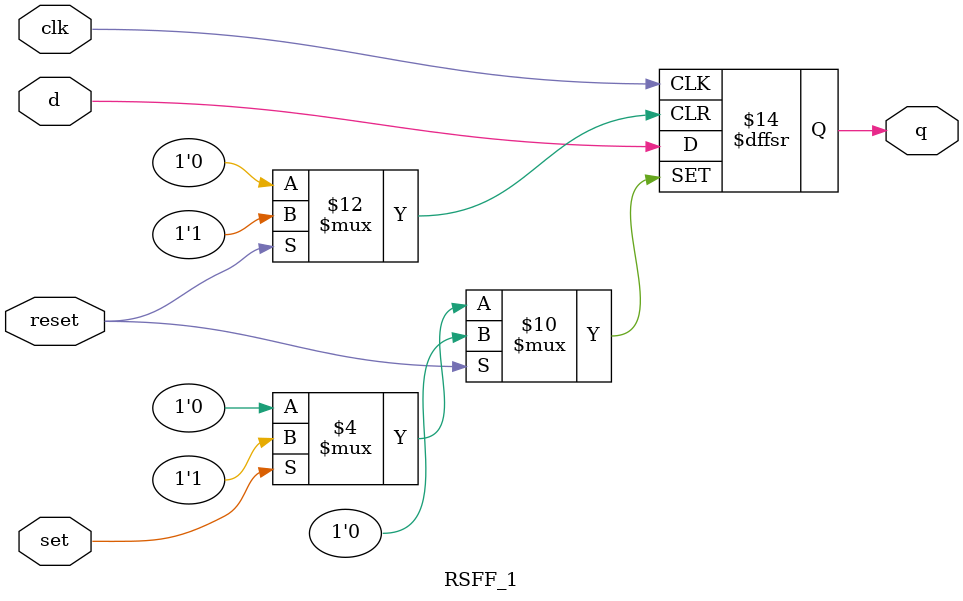
<source format=v>
module RSFF_1(input d, clk, set, reset, output reg q);
always @(posedge clk or posedge reset or posedge set)
    if(reset)
	    q <= 0;
	else if(set)
	    q <= 1;
	else
	    q <= d;
endmodule
</source>
